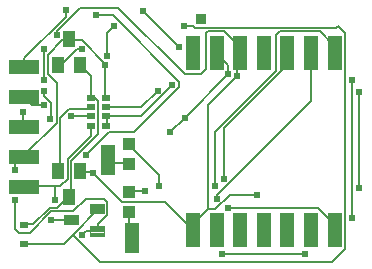
<source format=gbl>
G75*
%MOIN*%
%OFA0B0*%
%FSLAX25Y25*%
%IPPOS*%
%LPD*%
%AMOC8*
5,1,8,0,0,1.08239X$1,22.5*
%
%ADD10R,0.03150X0.02362*%
%ADD11R,0.10000X0.05000*%
%ADD12R,0.03937X0.04331*%
%ADD13R,0.02559X0.01969*%
%ADD14R,0.03937X0.05512*%
%ADD15C,0.00354*%
%ADD16R,0.05000X0.10000*%
%ADD17R,0.04724X0.11811*%
%ADD18C,0.00600*%
%ADD19C,0.02400*%
%ADD20R,0.03562X0.03562*%
D10*
X0009800Y0010650D03*
X0009800Y0016950D03*
D11*
X0009800Y0029800D03*
X0009800Y0039800D03*
X0009800Y0049800D03*
X0009800Y0059800D03*
X0009800Y0069800D03*
D12*
X0044800Y0044146D03*
X0044800Y0037454D03*
X0044800Y0028146D03*
X0044800Y0021454D03*
D13*
X0037261Y0050076D03*
X0037261Y0053225D03*
X0037261Y0056375D03*
X0037261Y0059524D03*
X0032339Y0059524D03*
X0032339Y0056375D03*
X0032339Y0053225D03*
X0032339Y0050076D03*
D14*
X0028540Y0035131D03*
X0021060Y0035131D03*
X0024800Y0026469D03*
X0021060Y0070469D03*
X0028540Y0070469D03*
X0024800Y0079131D03*
D15*
X0031749Y0024134D02*
X0031749Y0020946D01*
X0031749Y0024134D02*
X0036513Y0024134D01*
X0036513Y0020946D01*
X0031749Y0020946D01*
X0031749Y0021299D02*
X0036513Y0021299D01*
X0036513Y0021652D02*
X0031749Y0021652D01*
X0031749Y0022005D02*
X0036513Y0022005D01*
X0036513Y0022358D02*
X0031749Y0022358D01*
X0031749Y0022711D02*
X0036513Y0022711D01*
X0036513Y0023064D02*
X0031749Y0023064D01*
X0031749Y0023417D02*
X0036513Y0023417D01*
X0036513Y0023770D02*
X0031749Y0023770D01*
X0031749Y0024123D02*
X0036513Y0024123D01*
X0031749Y0016654D02*
X0031749Y0013466D01*
X0031749Y0016654D02*
X0036513Y0016654D01*
X0036513Y0013466D01*
X0031749Y0013466D01*
X0031749Y0013819D02*
X0036513Y0013819D01*
X0036513Y0014172D02*
X0031749Y0014172D01*
X0031749Y0014525D02*
X0036513Y0014525D01*
X0036513Y0014878D02*
X0031749Y0014878D01*
X0031749Y0015231D02*
X0036513Y0015231D01*
X0036513Y0015584D02*
X0031749Y0015584D01*
X0031749Y0015937D02*
X0036513Y0015937D01*
X0036513Y0016290D02*
X0031749Y0016290D01*
X0031749Y0016643D02*
X0036513Y0016643D01*
X0023087Y0017206D02*
X0023087Y0020394D01*
X0027851Y0020394D01*
X0027851Y0017206D01*
X0023087Y0017206D01*
X0023087Y0017559D02*
X0027851Y0017559D01*
X0027851Y0017912D02*
X0023087Y0017912D01*
X0023087Y0018265D02*
X0027851Y0018265D01*
X0027851Y0018618D02*
X0023087Y0018618D01*
X0023087Y0018971D02*
X0027851Y0018971D01*
X0027851Y0019324D02*
X0023087Y0019324D01*
X0023087Y0019677D02*
X0027851Y0019677D01*
X0027851Y0020030D02*
X0023087Y0020030D01*
X0023087Y0020383D02*
X0027851Y0020383D01*
D16*
X0045800Y0012800D03*
X0037800Y0038800D03*
D17*
X0066178Y0015272D03*
X0074052Y0015272D03*
X0081926Y0015272D03*
X0089800Y0015272D03*
X0097674Y0015272D03*
X0105548Y0015272D03*
X0113422Y0015272D03*
X0113422Y0074328D03*
X0105548Y0074328D03*
X0097674Y0074328D03*
X0089800Y0074328D03*
X0081926Y0074328D03*
X0074052Y0074328D03*
X0066178Y0074328D03*
D18*
X0061600Y0076200D02*
X0049600Y0088200D01*
X0041200Y0089400D02*
X0063400Y0067200D01*
X0068800Y0067200D01*
X0070600Y0069000D01*
X0070600Y0081000D01*
X0071200Y0081600D01*
X0076600Y0081600D01*
X0081400Y0076800D01*
X0081400Y0074400D01*
X0081926Y0074328D01*
X0081400Y0073800D01*
X0080800Y0073200D01*
X0080800Y0066600D01*
X0071200Y0057000D01*
X0071200Y0022200D01*
X0065200Y0016200D01*
X0066178Y0015272D01*
X0065800Y0015600D01*
X0065200Y0016200D01*
X0056800Y0024600D01*
X0042400Y0024600D01*
X0032800Y0034200D01*
X0032200Y0034800D01*
X0028600Y0034800D01*
X0028540Y0035131D01*
X0025600Y0038400D02*
X0025600Y0027600D01*
X0025000Y0027000D01*
X0024800Y0026469D01*
X0024400Y0026400D01*
X0020800Y0022800D01*
X0018400Y0022800D01*
X0013000Y0017400D01*
X0010000Y0017400D01*
X0009800Y0016950D01*
X0008200Y0014400D02*
X0007000Y0015600D01*
X0007000Y0025200D01*
X0009800Y0029800D02*
X0010000Y0030000D01*
X0020200Y0030000D01*
X0020200Y0025200D01*
X0019000Y0021600D02*
X0011800Y0014400D01*
X0008200Y0014400D01*
X0010000Y0010800D02*
X0009800Y0010650D01*
X0010000Y0010800D02*
X0023200Y0010800D01*
X0026200Y0013800D01*
X0035200Y0004800D01*
X0112600Y0004800D01*
X0116800Y0009000D01*
X0116800Y0081000D01*
X0114400Y0083400D01*
X0113800Y0082800D01*
X0066800Y0082800D01*
X0066200Y0083400D01*
X0063200Y0083400D01*
X0068800Y0085800D02*
X0069800Y0084800D01*
X0074052Y0074328D02*
X0074200Y0073800D01*
X0077800Y0070200D01*
X0077800Y0067200D01*
X0063400Y0052800D01*
X0058600Y0048000D01*
X0049000Y0053400D02*
X0059200Y0063600D01*
X0061600Y0063000D02*
X0061600Y0064800D01*
X0039400Y0087000D01*
X0034000Y0087000D01*
X0028600Y0089400D02*
X0041200Y0089400D01*
X0040000Y0083400D02*
X0037600Y0081000D01*
X0037600Y0073200D01*
X0037000Y0070800D02*
X0029200Y0078600D01*
X0025000Y0078600D01*
X0024800Y0079131D01*
X0024400Y0078600D01*
X0022600Y0078600D01*
X0017800Y0073800D01*
X0017800Y0067200D01*
X0020800Y0064200D01*
X0020800Y0051000D01*
X0010000Y0040200D01*
X0009800Y0039800D01*
X0009400Y0039600D01*
X0007000Y0037200D01*
X0007000Y0035400D01*
X0021060Y0035131D02*
X0021400Y0035400D01*
X0022000Y0036000D01*
X0022000Y0052800D01*
X0025000Y0055800D01*
X0032200Y0055800D01*
X0032339Y0056375D01*
X0034600Y0058200D02*
X0034600Y0047400D01*
X0025600Y0038400D01*
X0024400Y0039000D02*
X0024400Y0032400D01*
X0022000Y0030000D01*
X0020200Y0030000D01*
X0026200Y0021600D02*
X0030400Y0025800D01*
X0036400Y0025800D01*
X0037600Y0024600D01*
X0037600Y0020400D01*
X0034600Y0017400D01*
X0034600Y0015600D01*
X0034131Y0015060D01*
X0034000Y0015000D01*
X0030400Y0015000D01*
X0029200Y0013800D01*
X0026200Y0013800D02*
X0034600Y0022200D01*
X0034131Y0022540D01*
X0026200Y0021600D02*
X0019000Y0021600D01*
X0019000Y0018600D02*
X0025000Y0018600D01*
X0025469Y0018800D01*
X0044800Y0021454D02*
X0044800Y0013800D01*
X0045800Y0012800D01*
X0044800Y0028146D02*
X0044800Y0028200D01*
X0050200Y0028200D01*
X0055000Y0030000D02*
X0055000Y0033600D01*
X0044800Y0043800D01*
X0044800Y0044146D01*
X0046600Y0048000D02*
X0038200Y0048000D01*
X0030400Y0040200D01*
X0024400Y0039000D02*
X0032200Y0046800D01*
X0032200Y0049800D01*
X0032339Y0050076D01*
X0032339Y0053225D02*
X0032200Y0053400D01*
X0025600Y0053400D01*
X0019000Y0052800D02*
X0019000Y0057600D01*
X0016600Y0060000D01*
X0016600Y0061800D01*
X0016600Y0065400D02*
X0016600Y0075600D01*
X0021400Y0070800D02*
X0021060Y0070469D01*
X0021400Y0070800D02*
X0022600Y0070800D01*
X0027400Y0075600D01*
X0029200Y0075600D01*
X0028540Y0070469D02*
X0028600Y0070200D01*
X0032200Y0066600D01*
X0032200Y0060000D01*
X0032339Y0059524D01*
X0032800Y0059400D01*
X0033400Y0059400D01*
X0034600Y0058200D01*
X0037261Y0059524D02*
X0037000Y0060000D01*
X0037000Y0070200D01*
X0037000Y0070800D01*
X0049000Y0056400D02*
X0054400Y0061800D01*
X0061600Y0063000D02*
X0046600Y0048000D01*
X0049000Y0053400D02*
X0037600Y0053400D01*
X0037261Y0053225D01*
X0037600Y0052800D01*
X0037600Y0050400D01*
X0037261Y0050076D01*
X0037261Y0056375D02*
X0037600Y0056400D01*
X0049000Y0056400D01*
X0037800Y0038800D02*
X0038800Y0037800D01*
X0044800Y0037800D01*
X0044800Y0037454D01*
X0073600Y0030000D02*
X0073600Y0048000D01*
X0094000Y0068400D01*
X0094000Y0080400D01*
X0095200Y0081600D01*
X0108400Y0081600D01*
X0113200Y0076800D01*
X0113200Y0074400D01*
X0113422Y0074328D01*
X0105548Y0074328D02*
X0105400Y0073800D01*
X0105400Y0058200D01*
X0074200Y0027000D01*
X0074200Y0025800D01*
X0077800Y0022800D02*
X0107800Y0022800D01*
X0113200Y0017400D01*
X0113200Y0015600D01*
X0113422Y0015272D01*
X0119200Y0019200D02*
X0119200Y0065400D01*
X0121600Y0061200D02*
X0121600Y0029400D01*
X0103600Y0007200D02*
X0076000Y0007200D01*
X0073600Y0022200D02*
X0071200Y0022200D01*
X0073600Y0022200D02*
X0078400Y0027000D01*
X0087400Y0027000D01*
X0076600Y0032400D02*
X0076600Y0049200D01*
X0097600Y0070200D01*
X0097600Y0073800D01*
X0097674Y0074328D01*
X0028600Y0089400D02*
X0020800Y0081600D01*
X0020800Y0080400D01*
X0023800Y0086400D02*
X0010000Y0072600D01*
X0010000Y0070200D01*
X0009800Y0069800D01*
X0009800Y0059800D02*
X0010000Y0059400D01*
X0012400Y0057000D01*
X0016600Y0057000D01*
X0019000Y0052800D02*
X0018400Y0052200D01*
X0009800Y0049800D02*
X0009400Y0049800D01*
X0009400Y0054600D01*
X0023800Y0086400D02*
X0023800Y0088800D01*
D19*
X0023800Y0088800D03*
X0020800Y0080400D03*
X0016600Y0075600D03*
X0016600Y0065400D03*
X0016600Y0061800D03*
X0016600Y0057000D03*
X0018400Y0052200D03*
X0025600Y0053400D03*
X0030400Y0040200D03*
X0032800Y0034200D03*
X0020200Y0025200D03*
X0019000Y0018600D03*
X0029200Y0013800D03*
X0050200Y0028200D03*
X0055000Y0030000D03*
X0073600Y0030000D03*
X0076600Y0032400D03*
X0074200Y0025800D03*
X0077800Y0022800D03*
X0087400Y0027000D03*
X0076000Y0007200D03*
X0103600Y0007200D03*
X0119200Y0019200D03*
X0121600Y0029400D03*
X0121600Y0061200D03*
X0119200Y0065400D03*
X0080800Y0066600D03*
X0077800Y0067200D03*
X0061600Y0076200D03*
X0063200Y0083400D03*
X0049600Y0088200D03*
X0040000Y0083400D03*
X0034000Y0087000D03*
X0029200Y0075600D03*
X0037600Y0073200D03*
X0037000Y0070200D03*
X0054400Y0061800D03*
X0059200Y0063600D03*
X0063400Y0052800D03*
X0058600Y0048000D03*
X0009400Y0054600D03*
X0007000Y0035400D03*
X0007000Y0025200D03*
D20*
X0068800Y0085800D03*
M02*

</source>
